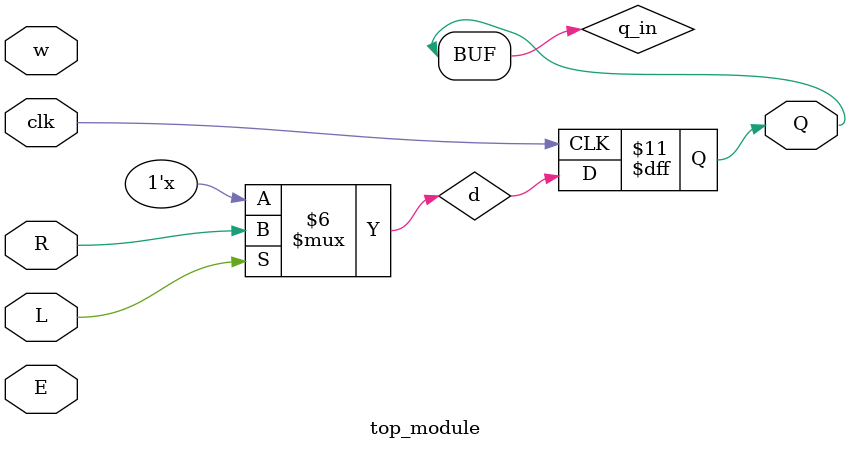
<source format=v>
module top_module (
    input clk,
    input w, R, E, L,
    output Q
);

    wire q_in, m_temp, d;
    assign q_in = Q;
 
    always@(*) begin
        if(E == 0)
           m_temp <= q_in;
        else 
           m_temp <= w;
          
        if(L == 0)
            d <= m_temp;
        else
            d <= R;
    end
    
    
    always@(posedge clk) begin
    	Q <= d;
    end
endmodule

</source>
